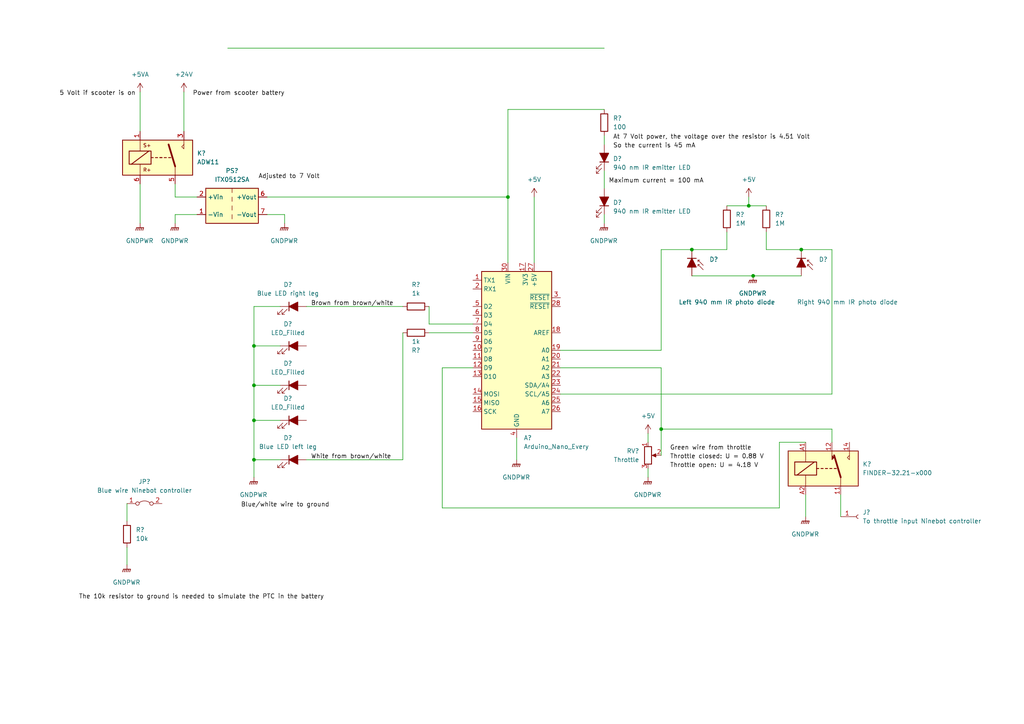
<source format=kicad_sch>
(kicad_sch (version 20211123) (generator eeschema)
  (paper "A4")
  (lib_symbols
    (symbol "Connector:Conn_01x01_Female" (pin_names (offset 1.016) hide)
      (property "Reference" "J" (at 0 2.54 0))
      (property "Value" "Conn_01x01_Female" (at 0 -2.54 0))
      (symbol "Conn_01x01_Female_1_1"
        (polyline (pts (xy -1.27 0) (xy -0.508 0)) (stroke (width 0.1524)))
        (arc (start 0 0.508) (mid -0.508 0) (end 0 -0.508) (stroke (width 0.1524)))
        (pin passive line (at -5.08 0 0) (length 3.81) (name "Pin_1") (number "1"))
      )
    )
    (symbol "Converter_DCDC:ITX0512SA"
      (property "Reference" "PS" (at -7.62 6.35 0))
      (property "Value" "ITX0512SA" (at 1.27 6.35 0))
      (symbol "ITX0512SA_0_0"
        (pin power_in line (at -10.16 -2.54 0) (length 2.54) (name "-Vin") (number "1"))
        (pin power_in line (at -10.16 2.54 0) (length 2.54) (name "+Vin") (number "2"))
        (pin power_out line (at 10.16 2.54 180) (length 2.54) (name "+Vout") (number "6"))
        (pin power_out line (at 10.16 -2.54 180) (length 2.54) (name "-Vout") (number "7"))
        (pin no_connect line (at 7.62 0 180) (length 2.54) hide (name "NC") (number "8"))
      )
      (symbol "ITX0512SA_0_1"
        (rectangle (start -7.62 5.08) (end 7.62 -5.08) (stroke (width 0.254)) (fill (type background)))
        (polyline (pts (xy 0 -2.54) (xy 0 -3.81)))
        (polyline (pts (xy 0 0) (xy 0 -1.27)))
        (polyline (pts (xy 0 2.54) (xy 0 1.27)))
        (polyline (pts (xy 0 5.08) (xy 0 3.81)))
      )
    )
    (symbol "Device:D_Photo_Filled" (pin_numbers hide) (pin_names hide)
      (property "Reference" "D" (at 0.508 1.778 0))
      (property "Value" "D_Photo_Filled" (at -1.016 -2.794 0))
      (symbol "D_Photo_Filled_0_1"
        (polyline (pts (xy -2.54 1.27) (xy -2.54 -1.27)) (stroke (width 0.254)))
        (polyline (pts (xy -2.032 1.778) (xy -1.524 1.778)))
        (polyline (pts (xy 0 0) (xy -2.54 0)))
        (polyline (pts (xy -0.508 3.302) (xy -2.032 1.778) (xy -2.032 2.286)))
        (polyline (pts (xy 0 -1.27) (xy 0 1.27) (xy -2.54 0) (xy 0 -1.27)) (stroke (width 0.254)) (fill (type outline)))
        (polyline (pts (xy 0.762 3.302) (xy -0.762 1.778) (xy -0.762 2.286) (xy -0.762 1.778) (xy -0.254 1.778)))
      )
      (symbol "D_Photo_Filled_1_1"
        (pin passive line (at -5.08 0 0) (length 2.54) (name "K") (number "1"))
        (pin passive line (at 2.54 0 180) (length 2.54) (name "A") (number "2"))
      )
    )
    (symbol "Device:LED_Filled" (pin_numbers hide) (pin_names (offset 1.016) hide)
      (property "Reference" "D" (at 0 2.54 0))
      (property "Value" "LED_Filled" (at 0 -2.54 0))
      (symbol "LED_Filled_0_1"
        (polyline (pts (xy -1.27 -1.27) (xy -1.27 1.27)) (stroke (width 0.254)))
        (polyline (pts (xy -1.27 0) (xy 1.27 0)))
        (polyline (pts (xy 1.27 -1.27) (xy 1.27 1.27) (xy -1.27 0) (xy 1.27 -1.27)) (stroke (width 0.254)) (fill (type outline)))
        (polyline (pts (xy -3.048 -0.762) (xy -4.572 -2.286) (xy -3.81 -2.286) (xy -4.572 -2.286) (xy -4.572 -1.524)))
        (polyline (pts (xy -1.778 -0.762) (xy -3.302 -2.286) (xy -2.54 -2.286) (xy -3.302 -2.286) (xy -3.302 -1.524)))
      )
      (symbol "LED_Filled_1_1"
        (pin passive line (at -3.81 0 0) (length 2.54) (name "K") (number "1"))
        (pin passive line (at 3.81 0 180) (length 2.54) (name "A") (number "2"))
      )
    )
    (symbol "Device:R" (pin_numbers hide) (pin_names (offset 0))
      (property "Reference" "R" (at 2.032 0 90))
      (property "Value" "R" (at 0 0 90))
      (symbol "R_0_1"
        (rectangle (start -1.016 -2.54) (end 1.016 2.54) (stroke (width 0.254)))
      )
      (symbol "R_1_1"
        (pin passive line (at 0 3.81 270) (length 1.27) (name "~") (number "1"))
        (pin passive line (at 0 -3.81 90) (length 1.27) (name "~") (number "2"))
      )
    )
    (symbol "Device:R_Potentiometer" (pin_names (offset 1.016) hide)
      (property "Reference" "RV" (at -4.445 0 90))
      (property "Value" "R_Potentiometer" (at -2.54 0 90))
      (symbol "R_Potentiometer_0_1"
        (polyline (pts (xy 2.54 0) (xy 1.524 0)))
        (polyline (pts (xy 1.143 0) (xy 2.286 0.508) (xy 2.286 -0.508) (xy 1.143 0)) (fill (type outline)))
        (rectangle (start 1.016 2.54) (end -1.016 -2.54) (stroke (width 0.254)))
      )
      (symbol "R_Potentiometer_1_1"
        (pin passive line (at 0 3.81 270) (length 1.27) (name "1") (number "1"))
        (pin passive line (at 3.81 0 180) (length 1.27) (name "2") (number "2"))
        (pin passive line (at 0 -3.81 90) (length 1.27) (name "3") (number "3"))
      )
    )
    (symbol "Jumper:Jumper_2_Bridged" (pin_names (offset 0) hide)
      (property "Reference" "JP" (at 0 1.905 0))
      (property "Value" "Jumper_2_Bridged" (at 0 -2.54 0))
      (symbol "Jumper_2_Bridged_0_0"
        (circle (center -2.032 0) (radius 0.508))
        (circle (center 2.032 0) (radius 0.508))
      )
      (symbol "Jumper_2_Bridged_0_1"
        (arc (start 1.524 0.254) (mid 0 0.762) (end -1.524 0.254))
      )
      (symbol "Jumper_2_Bridged_1_1"
        (pin passive line (at -5.08 0 0) (length 2.54) (name "A") (number "1"))
        (pin passive line (at 5.08 0 180) (length 2.54) (name "B") (number "2"))
      )
    )
    (symbol "MCU_Module:Arduino_Nano_Every"
      (property "Reference" "A" (at -10.16 23.495 0))
      (property "Value" "Arduino_Nano_Every" (at 5.08 -24.13 0))
      (symbol "Arduino_Nano_Every_0_1"
        (rectangle (start -10.16 22.86) (end 10.16 -22.86) (stroke (width 0.254)) (fill (type background)))
      )
      (symbol "Arduino_Nano_Every_1_1"
        (pin bidirectional line (at -12.7 20.32 0) (length 2.54) (name "TX1") (number "1"))
        (pin bidirectional line (at -12.7 0 0) (length 2.54) (name "D7") (number "10"))
        (pin bidirectional line (at -12.7 -2.54 0) (length 2.54) (name "D8") (number "11"))
        (pin bidirectional line (at -12.7 -5.08 0) (length 2.54) (name "D9") (number "12"))
        (pin bidirectional line (at -12.7 -7.62 0) (length 2.54) (name "D10") (number "13"))
        (pin bidirectional line (at -12.7 -12.7 0) (length 2.54) (name "MOSI") (number "14"))
        (pin bidirectional line (at -12.7 -15.24 0) (length 2.54) (name "MISO") (number "15"))
        (pin bidirectional line (at -12.7 -17.78 0) (length 2.54) (name "SCK") (number "16"))
        (pin power_out line (at 2.54 25.4 270) (length 2.54) (name "3V3") (number "17"))
        (pin input line (at 12.7 5.08 180) (length 2.54) (name "AREF") (number "18"))
        (pin bidirectional line (at 12.7 0 180) (length 2.54) (name "A0") (number "19"))
        (pin bidirectional line (at -12.7 17.78 0) (length 2.54) (name "RX1") (number "2"))
        (pin bidirectional line (at 12.7 -2.54 180) (length 2.54) (name "A1") (number "20"))
        (pin bidirectional line (at 12.7 -5.08 180) (length 2.54) (name "A2") (number "21"))
        (pin bidirectional line (at 12.7 -7.62 180) (length 2.54) (name "A3") (number "22"))
        (pin bidirectional line (at 12.7 -10.16 180) (length 2.54) (name "SDA/A4") (number "23"))
        (pin bidirectional line (at 12.7 -12.7 180) (length 2.54) (name "SCL/A5") (number "24"))
        (pin bidirectional line (at 12.7 -15.24 180) (length 2.54) (name "A6") (number "25"))
        (pin bidirectional line (at 12.7 -17.78 180) (length 2.54) (name "A7") (number "26"))
        (pin power_out line (at 5.08 25.4 270) (length 2.54) (name "+5V") (number "27"))
        (pin input line (at 12.7 12.7 180) (length 2.54) (name "~{RESET}") (number "28"))
        (pin passive line (at 0 -25.4 90) (length 2.54) hide (name "GND") (number "29"))
        (pin input line (at 12.7 15.24 180) (length 2.54) (name "~{RESET}") (number "3"))
        (pin power_in line (at -2.54 25.4 270) (length 2.54) (name "VIN") (number "30"))
        (pin power_in line (at 0 -25.4 90) (length 2.54) (name "GND") (number "4"))
        (pin bidirectional line (at -12.7 12.7 0) (length 2.54) (name "D2") (number "5"))
        (pin bidirectional line (at -12.7 10.16 0) (length 2.54) (name "D3") (number "6"))
        (pin bidirectional line (at -12.7 7.62 0) (length 2.54) (name "D4") (number "7"))
        (pin bidirectional line (at -12.7 5.08 0) (length 2.54) (name "D5") (number "8"))
        (pin bidirectional line (at -12.7 2.54 0) (length 2.54) (name "D6") (number "9"))
      )
    )
    (symbol "Relay:ADW11"
      (property "Reference" "K" (at 11.43 3.81 0))
      (property "Value" "ADW11" (at 13.97 1.27 0))
      (symbol "ADW11_1_1"
        (rectangle (start -10.16 5.08) (end 10.16 -5.08) (stroke (width 0.254)) (fill (type background)))
        (rectangle (start -8.255 1.905) (end -1.905 -1.905) (stroke (width 0.254)))
        (polyline (pts (xy -7.62 -1.905) (xy -2.54 1.905)) (stroke (width 0.254)))
        (polyline (pts (xy -5.08 -5.08) (xy -5.08 -1.905)))
        (polyline (pts (xy -5.08 5.08) (xy -5.08 1.905)))
        (polyline (pts (xy -1.905 0) (xy -1.27 0)) (stroke (width 0.254)))
        (polyline (pts (xy -0.635 0) (xy 0 0)) (stroke (width 0.254)))
        (polyline (pts (xy 0.635 0) (xy 1.27 0)) (stroke (width 0.254)))
        (polyline (pts (xy 0.635 0) (xy 1.27 0)) (stroke (width 0.254)))
        (polyline (pts (xy 1.905 0) (xy 2.54 0)) (stroke (width 0.254)))
        (polyline (pts (xy 3.175 0) (xy 3.81 0)) (stroke (width 0.254)))
        (polyline (pts (xy 5.08 -2.54) (xy 3.175 3.81)) (stroke (width 0.508)))
        (polyline (pts (xy 5.08 -2.54) (xy 5.08 -5.08)))
        (polyline (pts (xy 7.62 3.81) (xy 7.62 5.08)))
        (polyline (pts (xy 7.62 3.81) (xy 7.62 2.54) (xy 6.985 3.175) (xy 7.62 3.81)))
        (text "R+" (at -3.048 -3.556 0) (effects (font (size 1.016 1.016))))
        (text "S+" (at -3.048 3.556 0) (effects (font (size 1.016 1.016))))
        (pin passive line (at -5.08 7.62 270) (length 2.54) (name "~") (number "1"))
        (pin passive line (at 7.62 7.62 270) (length 2.54) (name "~") (number "3"))
        (pin passive line (at 5.08 -7.62 90) (length 2.54) (name "~") (number "5"))
        (pin passive line (at -5.08 -7.62 90) (length 2.54) (name "~") (number "6"))
      )
    )
    (symbol "Relay:FINDER-32.21-x000"
      (property "Reference" "K" (at 11.43 3.81 0))
      (property "Value" "FINDER-32.21-x000" (at 11.43 1.27 0))
      (symbol "FINDER-32.21-x000_0_0"
        (polyline (pts (xy 2.54 5.08) (xy 2.54 2.54) (xy 3.175 3.175) (xy 2.54 3.81)) (fill (type outline)))
        (polyline (pts (xy 7.62 5.08) (xy 7.62 2.54) (xy 6.985 3.175) (xy 7.62 3.81)))
      )
      (symbol "FINDER-32.21-x000_0_1"
        (rectangle (start -10.16 5.08) (end 10.16 -5.08) (stroke (width 0.254)) (fill (type background)))
        (rectangle (start -8.255 1.905) (end -1.905 -1.905) (stroke (width 0.254)))
        (polyline (pts (xy -7.62 -1.905) (xy -2.54 1.905)) (stroke (width 0.254)))
        (polyline (pts (xy -5.08 -5.08) (xy -5.08 -1.905)))
        (polyline (pts (xy -5.08 5.08) (xy -5.08 1.905)))
        (polyline (pts (xy -1.905 0) (xy -1.27 0)) (stroke (width 0.254)))
        (polyline (pts (xy -0.635 0) (xy 0 0)) (stroke (width 0.254)))
        (polyline (pts (xy 0.635 0) (xy 1.27 0)) (stroke (width 0.254)))
        (polyline (pts (xy 1.905 0) (xy 2.54 0)) (stroke (width 0.254)))
        (polyline (pts (xy 3.175 0) (xy 3.81 0)) (stroke (width 0.254)))
        (polyline (pts (xy 5.08 -2.54) (xy 3.175 3.81)) (stroke (width 0.508)))
        (polyline (pts (xy 5.08 -2.54) (xy 5.08 -5.08)))
      )
      (symbol "FINDER-32.21-x000_1_1"
        (pin passive line (at 5.08 -7.62 90) (length 2.54) (name "~") (number "11"))
        (pin passive line (at 2.54 7.62 270) (length 2.54) (name "~") (number "12"))
        (pin passive line (at 7.62 7.62 270) (length 2.54) (name "~") (number "14"))
        (pin passive line (at -5.08 7.62 270) (length 2.54) (name "~") (number "A1"))
        (pin passive line (at -5.08 -7.62 90) (length 2.54) (name "~") (number "A2"))
      )
    )
    (symbol "power:+24V" (power) (pin_names (offset 0))
      (property "Value" "+24V" (at 0 3.556 0))
      (symbol "+24V_0_1"
        (polyline (pts (xy -0.762 1.27) (xy 0 2.54)))
        (polyline (pts (xy 0 0) (xy 0 2.54)))
        (polyline (pts (xy 0 2.54) (xy 0.762 1.27)))
      )
      (symbol "+24V_1_1"
        (pin power_in line (at 0 0 90) (length 0) hide (name "+24V") (number "1"))
      )
    )
    (symbol "power:+5V" (power) (pin_names (offset 0))
      (property "Value" "+5V" (at 0 3.556 0))
      (symbol "+5V_0_1"
        (polyline (pts (xy -0.762 1.27) (xy 0 2.54)))
        (polyline (pts (xy 0 0) (xy 0 2.54)))
        (polyline (pts (xy 0 2.54) (xy 0.762 1.27)))
      )
      (symbol "+5V_1_1"
        (pin power_in line (at 0 0 90) (length 0) hide (name "+5V") (number "1"))
      )
    )
    (symbol "power:+5VA" (power) (pin_names (offset 0))
      (property "Value" "+5VA" (at 0 3.556 0))
      (symbol "+5VA_0_1"
        (polyline (pts (xy -0.762 1.27) (xy 0 2.54)))
        (polyline (pts (xy 0 0) (xy 0 2.54)))
        (polyline (pts (xy 0 2.54) (xy 0.762 1.27)))
      )
      (symbol "+5VA_1_1"
        (pin power_in line (at 0 0 90) (length 0) hide (name "+5VA") (number "1"))
      )
    )
    (symbol "power:GNDPWR" (power) (pin_names (offset 0))
      (property "Value" "GNDPWR" (at 0 -3.302 0))
      (symbol "GNDPWR_0_1"
        (polyline (pts (xy 0 -1.27) (xy 0 0)))
        (polyline (pts (xy -1.016 -1.27) (xy -1.27 -2.032) (xy -1.27 -2.032)) (stroke (width 0.2032)))
        (polyline (pts (xy -0.508 -1.27) (xy -0.762 -2.032) (xy -0.762 -2.032)) (stroke (width 0.2032)))
        (polyline (pts (xy 0 -1.27) (xy -0.254 -2.032) (xy -0.254 -2.032)) (stroke (width 0.2032)))
        (polyline (pts (xy 0.508 -1.27) (xy 0.254 -2.032) (xy 0.254 -2.032)) (stroke (width 0.2032)))
        (polyline (pts (xy 1.016 -1.27) (xy -1.016 -1.27) (xy -1.016 -1.27)) (stroke (width 0.2032)))
        (polyline (pts (xy 1.016 -1.27) (xy 0.762 -2.032) (xy 0.762 -2.032) (xy 0.762 -2.032)) (stroke (width 0.2032)))
      )
      (symbol "GNDPWR_1_1"
        (pin power_in line (at 0 0 270) (length 0) hide (name "GNDPWR") (number "1"))
      )
    )
  )
  (junction (at 73.66 100.33))
  (junction (at 200.66 72.39))
  (junction (at 217.17 59.69))
  (junction (at 73.66 111.76))
  (junction (at 218.44 80.01))
  (junction (at 73.66 121.92))
  (junction (at 191.77 124.46))
  (junction (at 147.32 57.15))
  (junction (at 232.41 72.39))
  (junction (at 73.66 133.35))
  (wire (pts (xy 187.96 125.73) (xy 187.96 128.27)))
  (wire (pts (xy 226.06 128.27) (xy 226.06 147.32)))
  (wire (pts (xy 50.8 57.15) (xy 57.15 57.15)))
  (wire (pts (xy 191.77 124.46) (xy 191.77 132.08)))
  (wire (pts (xy 217.17 59.69) (xy 222.25 59.69)))
  (wire (pts (xy 162.56 106.68) (xy 191.77 106.68)))
  (wire (pts (xy 124.46 93.98) (xy 137.16 93.98)))
  (wire (pts (xy 191.77 106.68) (xy 191.77 124.46)))
  (wire (pts (xy 36.83 158.75) (xy 36.83 163.83)))
  (wire (pts (xy 50.8 64.77) (xy 50.8 62.23)))
  (wire (pts (xy 233.68 128.27) (xy 226.06 128.27)))
  (wire (pts (xy 77.47 62.23) (xy 82.55 62.23)))
  (wire (pts (xy 200.66 72.39) (xy 210.82 72.39)))
  (wire (pts (xy 241.3 128.27) (xy 241.3 124.46)))
  (wire (pts (xy 73.66 133.35) (xy 81.28 133.35)))
  (wire (pts (xy 124.46 88.9) (xy 124.46 93.98)))
  (wire (pts (xy 149.86 127) (xy 149.86 133.35)))
  (wire (pts (xy 147.32 57.15) (xy 147.32 76.2)))
  (wire (pts (xy 175.26 49.53) (xy 175.26 54.61)))
  (wire (pts (xy 154.94 57.15) (xy 154.94 76.2)))
  (wire (pts (xy 243.84 143.51) (xy 243.84 149.86)))
  (wire (pts (xy 241.3 72.39) (xy 241.3 114.3)))
  (wire (pts (xy 222.25 72.39) (xy 232.41 72.39)))
  (wire (pts (xy 175.26 39.37) (xy 175.26 41.91)))
  (wire (pts (xy 124.46 96.52) (xy 137.16 96.52)))
  (wire (pts (xy 210.82 59.69) (xy 217.17 59.69)))
  (wire (pts (xy 82.55 62.23) (xy 82.55 64.77)))
  (wire (pts (xy 191.77 72.39) (xy 200.66 72.39)))
  (wire (pts (xy 128.27 106.68) (xy 137.16 106.68)))
  (wire (pts (xy 162.56 101.6) (xy 191.77 101.6)))
  (wire (pts (xy 88.9 88.9) (xy 116.84 88.9)))
  (wire (pts (xy 40.64 53.34) (xy 40.64 64.77)))
  (wire (pts (xy 73.66 88.9) (xy 73.66 100.33)))
  (wire (pts (xy 241.3 124.46) (xy 191.77 124.46)))
  (wire (pts (xy 50.8 53.34) (xy 50.8 57.15)))
  (wire (pts (xy 175.26 62.23) (xy 175.26 64.77)))
  (wire (pts (xy 50.8 62.23) (xy 57.15 62.23)))
  (wire (pts (xy 233.68 143.51) (xy 233.68 149.86)))
  (wire (pts (xy 53.34 26.67) (xy 53.34 38.1)))
  (wire (pts (xy 218.44 80.01) (xy 232.41 80.01)))
  (wire (pts (xy 73.66 100.33) (xy 73.66 111.76)))
  (wire (pts (xy 81.28 100.33) (xy 73.66 100.33)))
  (wire (pts (xy 162.56 114.3) (xy 241.3 114.3)))
  (wire (pts (xy 81.28 88.9) (xy 73.66 88.9)))
  (wire (pts (xy 147.32 31.75) (xy 175.26 31.75)))
  (wire (pts (xy 73.66 121.92) (xy 73.66 133.35)))
  (wire (pts (xy 73.66 111.76) (xy 81.28 111.76)))
  (wire (pts (xy 36.83 146.05) (xy 36.83 151.13)))
  (wire (pts (xy 66.04 13.97) (xy 175.26 13.97)))
  (wire (pts (xy 73.66 111.76) (xy 73.66 121.92)))
  (wire (pts (xy 232.41 72.39) (xy 241.3 72.39)))
  (wire (pts (xy 88.9 133.35) (xy 116.84 133.35)))
  (wire (pts (xy 200.66 80.01) (xy 218.44 80.01)))
  (wire (pts (xy 40.64 26.67) (xy 40.64 38.1)))
  (wire (pts (xy 217.17 57.15) (xy 217.17 59.69)))
  (wire (pts (xy 116.84 96.52) (xy 116.84 133.35)))
  (wire (pts (xy 222.25 67.31) (xy 222.25 72.39)))
  (wire (pts (xy 191.77 101.6) (xy 191.77 72.39)))
  (wire (pts (xy 187.96 135.89) (xy 187.96 138.43)))
  (wire (pts (xy 73.66 133.35) (xy 73.66 138.43)))
  (wire (pts (xy 128.27 147.32) (xy 128.27 106.68)))
  (wire (pts (xy 226.06 147.32) (xy 128.27 147.32)))
  (wire (pts (xy 147.32 31.75) (xy 147.32 57.15)))
  (wire (pts (xy 210.82 67.31) (xy 210.82 72.39)))
  (wire (pts (xy 73.66 121.92) (xy 81.28 121.92)))
  (wire (pts (xy 77.47 57.15) (xy 147.32 57.15)))
  (label "The 10k resistor to ground is needed to simulate the PTC in the battery" (at 22.86 173.99 0))
  (label "Maximum current = 100 mA" (at 176.53 53.34 0))
  (label "White from brown{slash}white" (at 90.17 133.35 0))
  (label "Throttle open: U = 4.18 V" (at 194.31 135.89 0))
  (label "Green wire from throttle" (at 194.31 130.81 0))
  (label "Power from scooter battery" (at 55.88 27.94 0))
  (label "So the current is 45 mA" (at 177.8 43.18 0))
  (label "Blue{slash}white wire to ground" (at 69.85 147.32 0))
  (label "Brown from brown{slash}white" (at 90.17 88.9 0))
  (label "Adjusted to 7 Volt" (at 74.93 52.07 0))
  (label "At 7 Volt power, the voltage over the resistor is 4.51 Volt" (at 177.8 40.64 0))
  (label "5 Volt if scooter is on" (at 39.37 27.94 180))
  (label "Throttle closed: U = 0.88 V" (at 194.31 133.35 0))
  (symbol (lib_id "power:GNDPWR") (at 233.68 149.86 0) (unit 1)
    (property "Reference" "#PWR?" (effects hide))
    (property "Value" "GNDPWR" (at 233.553 154.94 0))
  )
  (symbol (lib_id "Relay:FINDER-32.21-x000") (at 238.76 135.89 0) (unit 1)
    (property "Reference" "K?" (at 250.19 134.6199 0) (effects (justify left)))
    (property "Value" "FINDER-32.21-x000" (at 250.19 137.1599 0) (effects (justify left)))
    (property "Footprint" "Relay_THT:Relay_SPDT_Finder_32.21-x000" (effects hide))
    (property "Datasheet" "https://gfinder.findernet.com/assets/Series/355/S32EN.pdf" (effects hide))
  )
  (symbol (lib_id "Device:LED_Filled") (at 175.26 45.72 270) (mirror x) (unit 1)
    (property "Reference" "D?" (at 177.8 46.0374 90) (effects (justify left)))
    (property "Value" "940 nm IR emitter LED" (at 177.8 48.5774 90) (effects (justify left)))
  )
  (symbol (lib_id "Device:LED_Filled") (at 85.09 88.9 0) (unit 1)
    (property "Reference" "D?" (at 83.5025 82.55 0))
    (property "Value" "Blue LED right leg" (at 83.5025 85.09 0))
  )
  (symbol (lib_id "Device:R") (at 120.65 88.9 90) (unit 1)
    (property "Reference" "R?" (at 120.65 82.55 90))
    (property "Value" "1k" (at 120.65 85.09 90))
  )
  (symbol (lib_id "Device:R") (at 210.82 63.5 0) (unit 1)
    (property "Reference" "R?" (at 213.36 62.2299 0) (effects (justify left)))
    (property "Value" "1M" (at 213.36 64.7699 0) (effects (justify left)))
  )
  (symbol (lib_id "power:GNDPWR") (at 187.96 138.43 0) (unit 1)
    (property "Reference" "#PWR?" (effects hide))
    (property "Value" "GNDPWR" (at 187.833 143.51 0))
  )
  (symbol (lib_id "power:GNDPWR") (at 218.44 80.01 0) (unit 1)
    (property "Reference" "#PWR?" (effects hide))
    (property "Value" "GNDPWR" (at 218.313 85.09 0))
  )
  (symbol (lib_id "power:GNDPWR") (at 82.55 64.77 0) (unit 1)
    (property "Reference" "#PWR?" (effects hide))
    (property "Value" "GNDPWR" (at 82.423 69.85 0))
  )
  (symbol (lib_id "power:+5VA") (at 40.64 26.67 0) (unit 1)
    (property "Reference" "#PWR?" (effects hide))
    (property "Value" "+5VA" (at 40.64 21.59 0))
  )
  (symbol (lib_id "Device:LED_Filled") (at 85.09 133.35 0) (unit 1)
    (property "Reference" "D?" (at 83.5025 127 0))
    (property "Value" "Blue LED left leg" (at 83.5025 129.54 0))
  )
  (symbol (lib_id "Device:D_Photo_Filled") (at 200.66 77.47 270) (unit 1)
    (property "Reference" "D?" (at 205.74 75.2474 90) (effects (justify left)))
    (property "Value" "Left 940 mm IR photo diode" (at 196.85 87.63 90) (effects (justify left)))
  )
  (symbol (lib_id "power:GNDPWR") (at 175.26 64.77 0) (unit 1)
    (property "Reference" "#PWR?" (effects hide))
    (property "Value" "GNDPWR" (at 175.133 69.85 0))
  )
  (symbol (lib_id "Device:D_Photo_Filled") (at 232.41 77.47 270) (unit 1)
    (property "Reference" "D?" (at 237.49 75.2474 90) (effects (justify left)))
    (property "Value" "Right 940 mm IR photo diode" (at 231.14 87.63 90) (effects (justify left)))
  )
  (symbol (lib_id "Device:R") (at 175.26 35.56 0) (unit 1)
    (property "Reference" "R?" (at 177.8 34.2899 0) (effects (justify left)))
    (property "Value" "100" (at 177.8 36.8299 0) (effects (justify left)))
  )
  (symbol (lib_id "Device:LED_Filled") (at 85.09 100.33 0) (unit 1)
    (property "Reference" "D?" (at 83.5025 93.98 0))
    (property "Value" "LED_Filled" (at 83.5025 96.52 0))
  )
  (symbol (lib_id "Device:LED_Filled") (at 175.26 58.42 270) (mirror x) (unit 1)
    (property "Reference" "D?" (at 177.8 58.7374 90) (effects (justify left)))
    (property "Value" "940 nm IR emitter LED" (at 177.8 61.2774 90) (effects (justify left)))
  )
  (symbol (lib_id "Connector:Conn_01x01_Female") (at 248.92 149.86 0) (unit 1)
    (property "Reference" "J?" (at 250.19 148.5899 0) (effects (justify left)))
    (property "Value" "To throttle input Ninebot controller" (at 250.19 151.1299 0) (effects (justify left)))
  )
  (symbol (lib_id "power:+5V") (at 217.17 57.15 0) (unit 1)
    (property "Reference" "#PWR?" (effects hide))
    (property "Value" "+5V" (at 217.17 52.07 0))
  )
  (symbol (lib_id "Jumper:Jumper_2_Bridged") (at 41.91 146.05 0) (unit 1)
    (property "Reference" "JP?" (at 41.91 139.7 0))
    (property "Value" "Blue wire Ninebot controller" (at 41.91 142.24 0))
  )
  (symbol (lib_id "Device:LED_Filled") (at 85.09 111.76 0) (unit 1)
    (property "Reference" "D?" (at 83.5025 105.41 0))
    (property "Value" "LED_Filled" (at 83.5025 107.95 0))
  )
  (symbol (lib_id "Device:R") (at 120.65 96.52 90) (unit 1)
    (property "Reference" "R?" (at 120.65 101.6 90))
    (property "Value" "1k" (at 120.65 99.06 90))
  )
  (symbol (lib_id "power:GNDPWR") (at 36.83 163.83 0) (unit 1)
    (property "Reference" "#PWR?" (effects hide))
    (property "Value" "GNDPWR" (at 36.703 168.91 0))
  )
  (symbol (lib_id "power:GNDPWR") (at 40.64 64.77 0) (unit 1)
    (property "Reference" "#PWR0102" (effects hide))
    (property "Value" "GNDPWR" (at 40.513 69.85 0))
  )
  (symbol (lib_id "Converter_DCDC:ITX0512SA") (at 67.31 59.69 0) (unit 1)
    (property "Reference" "PS?" (at 67.31 49.53 0))
    (property "Value" "ITX0512SA" (at 67.31 52.07 0))
    (property "Footprint" "Converter_DCDC:Converter_DCDC_XP_POWER-ITXxxxxSA_THT" (effects hide))
    (property "Datasheet" "https://www.xppower.com/pdfs/SF_ITX.pdf" (effects hide))
  )
  (symbol (lib_id "power:+24V") (at 53.34 26.67 0) (unit 1)
    (property "Reference" "#PWR0101" (effects hide))
    (property "Value" "+24V" (at 53.34 21.59 0))
  )
  (symbol (lib_id "MCU_Module:Arduino_Nano_Every") (at 149.86 101.6 0) (unit 1)
    (property "Reference" "A?" (at 151.8794 127 0) (effects (justify left)))
    (property "Value" "Arduino_Nano_Every" (at 151.8794 129.54 0) (effects (justify left)))
    (property "Footprint" "Module:Arduino_Nano" (effects hide))
    (property "Datasheet" "https://content.arduino.cc/assets/NANOEveryV3.0_sch.pdf" (effects hide))
  )
  (symbol (lib_id "Device:R") (at 222.25 63.5 0) (unit 1)
    (property "Reference" "R?" (at 224.79 62.2299 0) (effects (justify left)))
    (property "Value" "1M" (at 224.79 64.7699 0) (effects (justify left)))
  )
  (symbol (lib_id "power:GNDPWR") (at 73.66 138.43 0) (unit 1)
    (property "Reference" "#PWR?" (effects hide))
    (property "Value" "GNDPWR" (at 73.533 143.51 0))
  )
  (symbol (lib_id "power:GNDPWR") (at 149.86 133.35 0) (unit 1)
    (property "Reference" "#PWR?" (effects hide))
    (property "Value" "GNDPWR" (at 149.733 138.43 0))
  )
  (symbol (lib_id "Device:R") (at 36.83 154.94 0) (unit 1)
    (property "Reference" "R?" (at 39.37 153.6699 0) (effects (justify left)))
    (property "Value" "10k" (at 39.37 156.2099 0) (effects (justify left)))
  )
  (symbol (lib_id "power:GNDPWR") (at 50.8 64.77 0) (unit 1)
    (property "Reference" "#PWR?" (effects hide))
    (property "Value" "GNDPWR" (at 50.673 69.85 0))
  )
  (symbol (lib_id "Device:LED_Filled") (at 85.09 121.92 0) (unit 1)
    (property "Reference" "D?" (at 83.5025 115.57 0))
    (property "Value" "LED_Filled" (at 83.5025 118.11 0))
  )
  (symbol (lib_id "Relay:ADW11") (at 45.72 45.72 0) (unit 1)
    (property "Reference" "K?" (at 57.15 44.4499 0) (effects (justify left)))
    (property "Value" "ADW11" (at 57.15 46.9899 0) (effects (justify left)))
    (property "Footprint" "Relay_THT:Relay_1P1T_NO_10x24x18.8mm_Panasonic_ADW11xxxxW_THT" (effects hide))
    (property "Datasheet" "https://www.panasonic-electric-works.com/pew/es/downloads/ds_dw_hl_en.pdf" (effects hide))
  )
  (symbol (lib_id "Device:R_Potentiometer") (at 187.96 132.08 0) (unit 1)
    (property "Reference" "RV?" (at 185.42 130.8099 0) (effects (justify right)))
    (property "Value" "Throttle" (at 185.42 133.3499 0) (effects (justify right)))
  )
  (symbol (lib_id "power:+5V") (at 154.94 57.15 0) (unit 1)
    (property "Reference" "#PWR?" (effects hide))
    (property "Value" "+5V" (at 154.94 52.07 0))
  )
  (symbol (lib_id "power:+5V") (at 187.96 125.73 0) (unit 1)
    (property "Reference" "#PWR?" (effects hide))
    (property "Value" "+5V" (at 187.96 120.65 0))
  )
)
</source>
